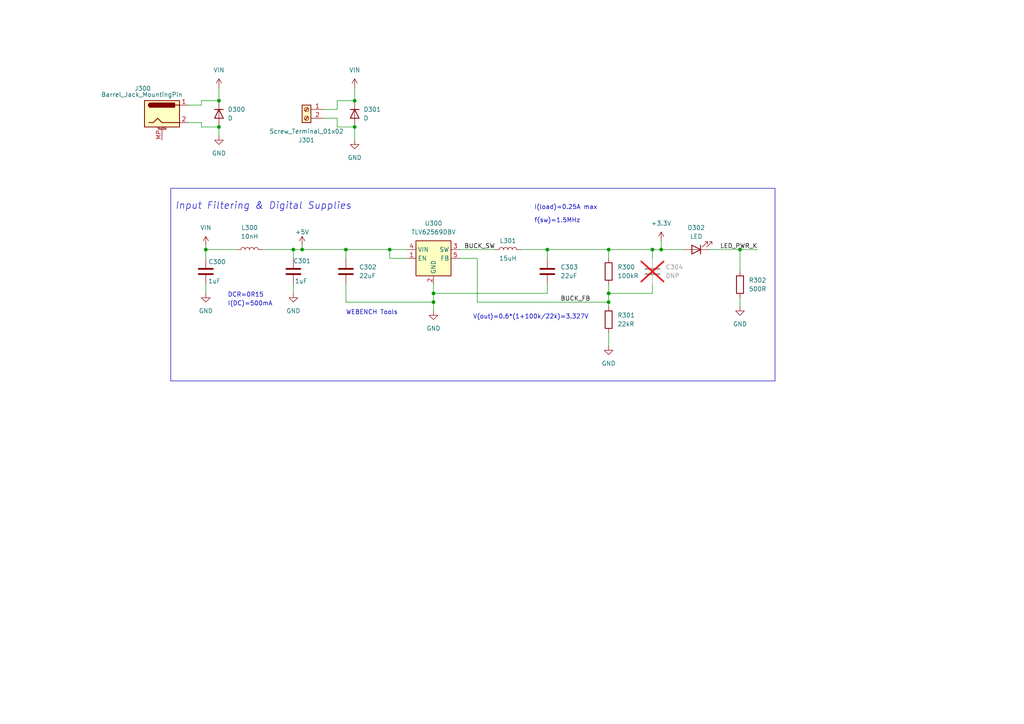
<source format=kicad_sch>
(kicad_sch (version 20231120) (generator "eeschema") (generator_version "8.0")
  (paper "A4")
  (lib_symbols
    (symbol "Connector:Barrel_Jack_MountingPin" (pin_names hide)
      (property "Reference" "J" (at 0 5.334 0))
      (property "Value" "Barrel_Jack_MountingPin" (at 1.27 -6.35 0))
      (symbol "Barrel_Jack_MountingPin_0_1"
        (rectangle (start -5.08 3.81) (end 5.08 -3.81) (stroke (width 0.254)) (fill (type background)))
        (arc (start -3.302 3.175) (mid -3.9343 2.54) (end -3.302 1.905) (stroke (width 0.254)))
        (arc (start -3.302 3.175) (mid -3.9343 2.54) (end -3.302 1.905) (stroke (width 0.254)) (fill (type outline)))
        (polyline (pts (xy 5.08 2.54) (xy 3.81 2.54)) (stroke (width 0.254)))
        (polyline (pts (xy -3.81 -2.54) (xy -2.54 -2.54) (xy -1.27 -1.27) (xy 0 -2.54) (xy 2.54 -2.54) (xy 5.08 -2.54)) (stroke (width 0.254)))
        (rectangle (start 3.683 3.175) (end -3.302 1.905) (stroke (width 0.254)) (fill (type outline)))
      )
      (symbol "Barrel_Jack_MountingPin_1_1"
        (polyline (pts (xy -1.016 -4.572) (xy 1.016 -4.572)) (stroke (width 0.1524)))
        (text "Mounting" (at 0 -4.191 0) (effects (font (size 0.381 0.381))))
        (pin passive line (at 7.62 2.54 180) (length 2.54) (name "~") (number "1"))
        (pin passive line (at 7.62 -2.54 180) (length 2.54) (name "~") (number "2"))
        (pin passive line (at 0 -7.62 90) (length 3.048) (name "MountPin") (number "MP"))
      )
    )
    (symbol "Connector:Screw_Terminal_01x02" (pin_names (offset 1.016) hide)
      (property "Reference" "J" (at 0 2.54 0))
      (property "Value" "Screw_Terminal_01x02" (at 0 -5.08 0))
      (symbol "Screw_Terminal_01x02_1_1"
        (rectangle (start -1.27 1.27) (end 1.27 -3.81) (stroke (width 0.254)) (fill (type background)))
        (circle (center 0 -2.54) (radius 0.635) (stroke (width 0.1524)))
        (polyline (pts (xy -0.5334 -2.2098) (xy 0.3302 -3.048)) (stroke (width 0.1524)))
        (polyline (pts (xy -0.5334 0.3302) (xy 0.3302 -0.508)) (stroke (width 0.1524)))
        (polyline (pts (xy -0.3556 -2.032) (xy 0.508 -2.8702)) (stroke (width 0.1524)))
        (polyline (pts (xy -0.3556 0.508) (xy 0.508 -0.3302)) (stroke (width 0.1524)))
        (circle (center 0 0) (radius 0.635) (stroke (width 0.1524)))
        (pin passive line (at -5.08 0 0) (length 3.81) (name "Pin_1") (number "1"))
        (pin passive line (at -5.08 -2.54 0) (length 3.81) (name "Pin_2") (number "2"))
      )
    )
    (symbol "Device:C" (pin_numbers hide) (pin_names (offset 0.254))
      (property "Reference" "C" (at 0.635 2.54 0))
      (property "Value" "C" (at 0.635 -2.54 0))
      (symbol "C_0_1"
        (polyline (pts (xy -2.032 -0.762) (xy 2.032 -0.762)) (stroke (width 0.508)))
        (polyline (pts (xy -2.032 0.762) (xy 2.032 0.762)) (stroke (width 0.508)))
      )
      (symbol "C_1_1"
        (pin passive line (at 0 3.81 270) (length 2.794) (name "~") (number "1"))
        (pin passive line (at 0 -3.81 90) (length 2.794) (name "~") (number "2"))
      )
    )
    (symbol "Device:D" (pin_numbers hide) (pin_names (offset 1.016) hide)
      (property "Reference" "D" (at 0 2.54 0))
      (property "Value" "D" (at 0 -2.54 0))
      (symbol "D_0_1"
        (polyline (pts (xy -1.27 1.27) (xy -1.27 -1.27)) (stroke (width 0.254)))
        (polyline (pts (xy 1.27 0) (xy -1.27 0)))
        (polyline (pts (xy 1.27 1.27) (xy 1.27 -1.27) (xy -1.27 0) (xy 1.27 1.27)) (stroke (width 0.254)))
      )
      (symbol "D_1_1"
        (pin passive line (at -3.81 0 0) (length 2.54) (name "K") (number "1"))
        (pin passive line (at 3.81 0 180) (length 2.54) (name "A") (number "2"))
      )
    )
    (symbol "Device:L" (pin_numbers hide) (pin_names (offset 1.016) hide)
      (property "Reference" "L" (at -1.27 0 90))
      (property "Value" "L" (at 1.905 0 90))
      (symbol "L_0_1"
        (arc (start 0 -2.54) (mid 0.6323 -1.905) (end 0 -1.27))
        (arc (start 0 -1.27) (mid 0.6323 -0.635) (end 0 0))
        (arc (start 0 0) (mid 0.6323 0.635) (end 0 1.27))
        (arc (start 0 1.27) (mid 0.6323 1.905) (end 0 2.54))
      )
      (symbol "L_1_1"
        (pin passive line (at 0 3.81 270) (length 1.27) (name "1") (number "1"))
        (pin passive line (at 0 -3.81 90) (length 1.27) (name "2") (number "2"))
      )
    )
    (symbol "Device:LED" (pin_numbers hide) (pin_names (offset 1.016) hide)
      (property "Reference" "D" (at 0 2.54 0))
      (property "Value" "LED" (at 0 -2.54 0))
      (symbol "LED_0_1"
        (polyline (pts (xy -1.27 -1.27) (xy -1.27 1.27)) (stroke (width 0.254)))
        (polyline (pts (xy -1.27 0) (xy 1.27 0)))
        (polyline (pts (xy 1.27 -1.27) (xy 1.27 1.27) (xy -1.27 0) (xy 1.27 -1.27)) (stroke (width 0.254)))
        (polyline (pts (xy -3.048 -0.762) (xy -4.572 -2.286) (xy -3.81 -2.286) (xy -4.572 -2.286) (xy -4.572 -1.524)))
        (polyline (pts (xy -1.778 -0.762) (xy -3.302 -2.286) (xy -2.54 -2.286) (xy -3.302 -2.286) (xy -3.302 -1.524)))
      )
      (symbol "LED_1_1"
        (pin passive line (at -3.81 0 0) (length 2.54) (name "K") (number "1"))
        (pin passive line (at 3.81 0 180) (length 2.54) (name "A") (number "2"))
      )
    )
    (symbol "Device:R" (pin_numbers hide) (pin_names (offset 0))
      (property "Reference" "R" (at 2.032 0 90))
      (property "Value" "R" (at 0 0 90))
      (symbol "R_0_1"
        (rectangle (start -1.016 -2.54) (end 1.016 2.54) (stroke (width 0.254)))
      )
      (symbol "R_1_1"
        (pin passive line (at 0 3.81 270) (length 1.27) (name "~") (number "1"))
        (pin passive line (at 0 -3.81 90) (length 1.27) (name "~") (number "2"))
      )
    )
    (symbol "Regulator_Switching:TLV62569DBV"
      (property "Reference" "U" (at -5.08 6.35 0))
      (property "Value" "TLV62569DBV" (at 0 6.35 0))
      (symbol "TLV62569DBV_0_1"
        (rectangle (start -5.08 5.08) (end 5.08 -5.08) (stroke (width 0.254)) (fill (type background)))
      )
      (symbol "TLV62569DBV_1_1"
        (pin input line (at -7.62 0 0) (length 2.54) (name "EN") (number "1"))
        (pin power_in line (at 0 -7.62 90) (length 2.54) (name "GND") (number "2"))
        (pin power_out line (at 7.62 2.54 180) (length 2.54) (name "SW") (number "3"))
        (pin power_in line (at -7.62 2.54 0) (length 2.54) (name "VIN") (number "4"))
        (pin input line (at 7.62 0 180) (length 2.54) (name "FB") (number "5"))
      )
    )
    (symbol "power:+3.3V" (power) (pin_numbers hide) (pin_names (offset 0) hide)
      (property "Value" "+3.3V" (at 0 3.556 0))
      (symbol "+3.3V_0_1"
        (polyline (pts (xy -0.762 1.27) (xy 0 2.54)))
        (polyline (pts (xy 0 0) (xy 0 2.54)))
        (polyline (pts (xy 0 2.54) (xy 0.762 1.27)))
      )
      (symbol "+3.3V_1_1"
        (pin power_in line (at 0 0 90) (length 0) (name "~") (number "1"))
      )
    )
    (symbol "power:+5V" (power) (pin_names (offset 0))
      (property "Value" "+5V" (at 0 3.556 0))
      (symbol "+5V_0_1"
        (polyline (pts (xy -0.762 1.27) (xy 0 2.54)))
        (polyline (pts (xy 0 0) (xy 0 2.54)))
        (polyline (pts (xy 0 2.54) (xy 0.762 1.27)))
      )
      (symbol "+5V_1_1"
        (pin power_in line (at 0 0 90) (length 0) hide (name "+5V") (number "1"))
      )
    )
    (symbol "power:GND" (power) (pin_names (offset 0))
      (property "Value" "GND" (at 0 -3.81 0))
      (symbol "GND_0_1"
        (polyline (pts (xy 0 0) (xy 0 -1.27) (xy 1.27 -1.27) (xy 0 -2.54) (xy -1.27 -1.27) (xy 0 -1.27)))
      )
      (symbol "GND_1_1"
        (pin power_in line (at 0 0 270) (length 0) hide (name "GND") (number "1"))
      )
    )
  )
  (junction (at 125.73 87.63))
  (junction (at 214.63 72.39))
  (junction (at 102.87 36.83))
  (junction (at 102.87 29.21))
  (junction (at 189.23 72.39))
  (junction (at 63.5 29.21))
  (junction (at 63.5 36.83))
  (junction (at 113.03 72.39))
  (junction (at 125.73 85.09))
  (junction (at 87.63 72.39))
  (junction (at 100.33 72.39))
  (junction (at 158.75 72.39))
  (junction (at 176.53 72.39))
  (junction (at 85.09 72.39))
  (junction (at 191.77 72.39))
  (junction (at 176.53 87.63))
  (junction (at 59.69 72.39))
  (junction (at 176.53 85.09))
  (wire (pts (xy 85.09 74.93) (xy 85.09 72.39)))
  (wire (pts (xy 158.75 72.39) (xy 158.75 74.93)))
  (wire (pts (xy 143.51 72.39) (xy 133.35 72.39)))
  (wire (pts (xy 54.61 35.56) (xy 58.42 35.56)))
  (wire (pts (xy 176.53 72.39) (xy 158.75 72.39)))
  (wire (pts (xy 87.63 71.12) (xy 87.63 72.39)))
  (wire (pts (xy 214.63 88.9) (xy 214.63 86.36)))
  (wire (pts (xy 93.98 31.75) (xy 97.79 31.75)))
  (wire (pts (xy 151.13 72.39) (xy 158.75 72.39)))
  (wire (pts (xy 125.73 87.63) (xy 125.73 85.09)))
  (wire (pts (xy 97.79 29.21) (xy 102.87 29.21)))
  (wire (pts (xy 85.09 85.09) (xy 85.09 82.55)))
  (wire (pts (xy 93.98 34.29) (xy 97.79 34.29)))
  (wire (pts (xy 176.53 74.93) (xy 176.53 72.39)))
  (wire (pts (xy 97.79 31.75) (xy 97.79 29.21)))
  (wire (pts (xy 176.53 85.09) (xy 176.53 87.63)))
  (wire (pts (xy 59.69 85.09) (xy 59.69 82.55)))
  (wire (pts (xy 176.53 87.63) (xy 138.43 87.63)))
  (wire (pts (xy 58.42 30.48) (xy 58.42 29.21)))
  (wire (pts (xy 191.77 69.85) (xy 191.77 72.39)))
  (wire (pts (xy 59.69 72.39) (xy 68.58 72.39)))
  (wire (pts (xy 58.42 35.56) (xy 58.42 36.83)))
  (wire (pts (xy 191.77 72.39) (xy 189.23 72.39)))
  (wire (pts (xy 176.53 96.52) (xy 176.53 100.33)))
  (wire (pts (xy 100.33 87.63) (xy 100.33 82.55)))
  (wire (pts (xy 100.33 74.93) (xy 100.33 72.39)))
  (wire (pts (xy 125.73 87.63) (xy 100.33 87.63)))
  (wire (pts (xy 63.5 25.4) (xy 63.5 29.21)))
  (wire (pts (xy 113.03 74.93) (xy 113.03 72.39)))
  (wire (pts (xy 87.63 72.39) (xy 85.09 72.39)))
  (wire (pts (xy 58.42 29.21) (xy 63.5 29.21)))
  (wire (pts (xy 102.87 36.83) (xy 102.87 40.64)))
  (wire (pts (xy 176.53 85.09) (xy 189.23 85.09)))
  (wire (pts (xy 59.69 72.39) (xy 59.69 74.93)))
  (wire (pts (xy 176.53 82.55) (xy 176.53 85.09)))
  (wire (pts (xy 100.33 72.39) (xy 113.03 72.39)))
  (wire (pts (xy 133.35 74.93) (xy 138.43 74.93)))
  (wire (pts (xy 176.53 72.39) (xy 189.23 72.39)))
  (wire (pts (xy 125.73 85.09) (xy 125.73 82.55)))
  (wire (pts (xy 58.42 36.83) (xy 63.5 36.83)))
  (wire (pts (xy 113.03 74.93) (xy 118.11 74.93)))
  (wire (pts (xy 97.79 34.29) (xy 97.79 36.83)))
  (wire (pts (xy 198.12 72.39) (xy 191.77 72.39)))
  (wire (pts (xy 102.87 25.4) (xy 102.87 29.21)))
  (wire (pts (xy 189.23 72.39) (xy 189.23 74.93)))
  (wire (pts (xy 113.03 72.39) (xy 118.11 72.39)))
  (wire (pts (xy 59.69 71.12) (xy 59.69 72.39)))
  (wire (pts (xy 76.2 72.39) (xy 85.09 72.39)))
  (wire (pts (xy 176.53 87.63) (xy 176.53 88.9)))
  (wire (pts (xy 158.75 82.55) (xy 158.75 85.09)))
  (wire (pts (xy 54.61 30.48) (xy 58.42 30.48)))
  (wire (pts (xy 189.23 82.55) (xy 189.23 85.09)))
  (wire (pts (xy 214.63 72.39) (xy 214.63 78.74)))
  (wire (pts (xy 138.43 87.63) (xy 138.43 74.93)))
  (wire (pts (xy 214.63 72.39) (xy 219.71 72.39)))
  (wire (pts (xy 97.79 36.83) (xy 102.87 36.83)))
  (wire (pts (xy 205.74 72.39) (xy 214.63 72.39)))
  (wire (pts (xy 87.63 72.39) (xy 100.33 72.39)))
  (wire (pts (xy 125.73 90.17) (xy 125.73 87.63)))
  (wire (pts (xy 63.5 36.83) (xy 63.5 39.37)))
  (wire (pts (xy 158.75 85.09) (xy 125.73 85.09)))
  (rectangle (start 49.53 54.61) (end 224.79 110.49))
  (text "V(out)=0.6*(1+100k/22k)=3.327V" (at 137.16 92.71 0) (effects (font (size 1.27 1.27)) (justify left bottom)))
  (text "DCR=0R15" (at 66.04 86.36 0) (effects (font (size 1.27 1.27)) (justify left bottom)))
  (text "f(sw)=1.5MHz" (at 154.94 64.77 0) (effects (font (size 1.27 1.27)) (justify left bottom)))
  (text "I(load)=0.25A max" (at 154.94 60.96 0) (effects (font (size 1.27 1.27)) (justify left bottom)))
  (text "Input Filtering & Digital Supplies" (at 50.8 60.96 0) (effects (font (size 2.0066 2.0066) (italic yes)) (justify left bottom)))
  (text "I(DC)=500mA" (at 66.04 88.9 0) (effects (font (size 1.27 1.27)) (justify left bottom)))
  (text "WEBENCH Tools" (at 100.33 91.44 0) (effects (font (size 1.27 1.27)) (justify left bottom)))
  (label "BUCK_FB" (at 162.56 87.63 0))
  (label "LED_PWR_K" (at 219.71 72.39 180))
  (label "BUCK_SW" (at 134.62 72.39 0))
  (symbol (lib_id "Device:L") (at 147.32 72.39 90) (unit 1)
    (property "Reference" "L301" (at 147.32 69.85 90))
    (property "Value" "15uH" (at 147.32 74.93 90))
    (property "Footprint" "esp32s3_watches:MWSA0603S" (effects (hide yes)))
    (property "Manufacturer" "cjiang (Changjiang Microelectronics Tech)" (effects (hide yes)))
    (property "DigiKey Part Number" "3442-MWSA0603S-150MTDKR-ND" (effects (hide yes)))
    (property "Manufacturer Product Number" "FXL0630-150-M" (effects (hide yes)))
  )
  (symbol (lib_id "power:GND") (at 176.53 100.33 0) (unit 1)
    (property "Reference" "#PWR041" (effects (hide yes)))
    (property "Value" "GND" (at 176.53 105.41 0))
    (property "Description" "Power symbol creates a global label with name \"GND\" , ground" (effects (hide yes)))
  )
  (symbol (lib_id "Device:C") (at 85.09 78.74 0) (mirror y) (unit 1)
    (property "Reference" "C301" (at 90.17 75.692 0) (effects (justify left)))
    (property "Value" "1uF" (at 89.154 81.534 0) (effects (justify left)))
    (property "Footprint" "Capacitor_SMD:C_0805_2012Metric" (effects (hide yes)))
    (property "Manufacturer" "Samsung Electro-Mechanics" (effects (hide yes)))
    (property "DigiKey Part Number" "1276-1946-6-ND" (effects (hide yes)))
    (property "Manufacturer Product Number" "CL21B105KBFNNNE" (effects (hide yes)))
  )
  (symbol (lib_id "power:GND") (at 214.63 88.9 0) (unit 1)
    (property "Reference" "#PWR043" (effects (hide yes)))
    (property "Value" "GND" (at 214.63 93.98 0))
    (property "Description" "Power symbol creates a global label with name \"GND\" , ground" (effects (hide yes)))
  )
  (symbol (lib_id "power:+5V") (at 87.63 71.12 0) (unit 1)
    (property "Reference" "#PWR039" (effects (hide yes)))
    (property "Value" "+5V" (at 87.63 67.31 0))
  )
  (symbol (lib_id "power:+5V") (at 59.69 71.12 0) (unit 1)
    (property "Reference" "#PWR036" (effects (hide yes)))
    (property "Value" "VIN" (at 59.69 66.04 0))
    (property "Description" "Power symbol creates a global label with name \"+5V\"" (effects (hide yes)))
  )
  (symbol (lib_id "power:+5V") (at 63.5 25.4 0) (unit 1)
    (property "Reference" "#PWR01" (effects (hide yes)))
    (property "Value" "VIN" (at 63.5 20.32 0))
    (property "Description" "Power symbol creates a global label with name \"+5V\"" (effects (hide yes)))
  )
  (symbol (lib_id "power:+3.3V") (at 191.77 69.85 0) (unit 1)
    (property "Reference" "#PWR042" (effects (hide yes)))
    (property "Value" "+3.3V" (at 191.77 64.77 0))
    (property "Description" "Power symbol creates a global label with name \"+3.3V\"" (effects (hide yes)))
  )
  (symbol (lib_id "Device:C") (at 100.33 78.74 0) (unit 1)
    (property "Reference" "C302" (at 104.14 77.47 0) (effects (justify left)))
    (property "Value" "22uF" (at 104.14 80.01 0) (effects (justify left)))
    (property "Footprint" "Capacitor_SMD:C_0805_2012Metric" (effects (hide yes)))
    (property "Manufacturer" "Samsung Electro-Mechanics" (effects (hide yes)))
    (property "DigiKey Part Number" "1276-6687-6-ND" (effects (hide yes)))
    (property "Manufacturer Product Number" "CL21A226MAYNNNE" (effects (hide yes)))
  )
  (symbol (lib_id "Device:C") (at 59.69 78.74 0) (mirror y) (unit 1)
    (property "Reference" "C300" (at 65.532 75.946 0) (effects (justify left)))
    (property "Value" "1uF" (at 64.008 81.534 0) (effects (justify left)))
    (property "Footprint" "Capacitor_SMD:C_0805_2012Metric" (effects (hide yes)))
    (property "Manufacturer" "Samsung Electro-Mechanics" (effects (hide yes)))
    (property "DigiKey Part Number" "1276-1946-6-ND" (effects (hide yes)))
    (property "Manufacturer Product Number" "CL21B105KBFNNNE" (effects (hide yes)))
  )
  (symbol (lib_id "power:GND") (at 85.09 85.09 0) (unit 1)
    (property "Reference" "#PWR038" (effects (hide yes)))
    (property "Value" "GND" (at 85.09 90.17 0))
    (property "Description" "Power symbol creates a global label with name \"GND\" , ground" (effects (hide yes)))
  )
  (symbol (lib_id "Device:LED") (at 201.93 72.39 180) (unit 1)
    (property "Reference" "D302" (at 201.93 66.04 0))
    (property "Value" "LED" (at 201.93 68.58 0))
    (property "Footprint" "LED_THT:LED_D5.0mm" (effects (hide yes)))
    (property "DigiKey Part Number" "732-4971-6-ND" (effects (hide yes)))
  )
  (symbol (lib_id "power:GND") (at 125.73 90.17 0) (unit 1)
    (property "Reference" "#PWR040" (effects (hide yes)))
    (property "Value" "GND" (at 125.73 95.25 0))
    (property "Description" "Power symbol creates a global label with name \"GND\" , ground" (effects (hide yes)))
  )
  (symbol (lib_id "Device:R") (at 176.53 78.74 180) (unit 1)
    (property "Reference" "R300" (at 179.07 77.47 0) (effects (justify right)))
    (property "Value" "100kR" (at 179.07 80.01 0) (effects (justify right)))
    (property "Footprint" "Resistor_SMD:R_0805_2012Metric" (effects (hide yes)))
    (property "Manufacturer" "UNI-ROYAL(Uniroyal Elec)" (effects (hide yes)))
    (property "DigiKey Part Number" "P100KLDKR-ND" (effects (hide yes)))
    (property "Manufacturer Product Number" "0805W8F1003T5E" (effects (hide yes)))
  )
  (symbol (lib_id "Device:R") (at 214.63 82.55 180) (unit 1)
    (property "Reference" "R302" (at 217.17 81.28 0) (effects (justify right)))
    (property "Value" "500R" (at 217.17 83.82 0) (effects (justify right)))
    (property "Footprint" "Resistor_SMD:R_0805_2012Metric" (effects (hide yes)))
    (property "Manufacturer" "Viking Tech" (effects (hide yes)))
    (property "DigiKey Part Number" "P1.00KLDKR-ND" (effects (hide yes)))
    (property "Manufacturer Product Number" "ARG05FTC5000" (effects (hide yes)))
  )
  (symbol (lib_id "Device:C") (at 158.75 78.74 0) (unit 1)
    (property "Reference" "C303" (at 162.56 77.47 0) (effects (justify left)))
    (property "Value" "22uF" (at 162.56 80.01 0) (effects (justify left)))
    (property "Footprint" "Capacitor_SMD:C_0805_2012Metric" (effects (hide yes)))
    (property "Manufacturer" "Samsung Electro-Mechanics" (effects (hide yes)))
    (property "DigiKey Part Number" "1276-6687-6-ND" (effects (hide yes)))
    (property "Manufacturer Product Number" "CL21A226MAYNNNE" (effects (hide yes)))
  )
  (symbol (lib_id "Regulator_Switching:TLV62569DBV") (at 125.73 74.93 0) (unit 1)
    (property "Reference" "U300" (at 125.73 64.77 0))
    (property "Value" "TLV62569DBV" (at 125.73 67.31 0))
    (property "Footprint" "Package_TO_SOT_SMD:SOT-23-5" (effects (hide yes)))
    (property "Datasheet" "http://www.ti.com/lit/ds/symlink/tlv62569.pdf" (effects (hide yes)))
    (property "Manufacturer" "Texas Instruments" (effects (hide yes)))
    (property "DigiKey Part Number" "296-47360-6-ND" (effects (hide yes)))
    (property "Manufacturer Product Number" "TLV62569DBVR" (effects (hide yes)))
  )
  (symbol (lib_id "Device:R") (at 176.53 92.71 180) (unit 1)
    (property "Reference" "R301" (at 179.07 91.44 0) (effects (justify right)))
    (property "Value" "22kR" (at 179.07 93.98 0) (effects (justify right)))
    (property "Footprint" "Resistor_SMD:R_0805_2012Metric" (effects (hide yes)))
    (property "Manufacturer" "UNI-ROYAL(Uniroyal Elec)" (effects (hide yes)))
    (property "DigiKey Part Number" "P22.0KLDKR-ND" (effects (hide yes)))
    (property "Manufacturer Product Number" "0805W8F2202T5E" (effects (hide yes)))
  )
  (symbol (lib_id "power:GND") (at 59.69 85.09 0) (unit 1)
    (property "Reference" "#PWR037" (effects (hide yes)))
    (property "Value" "GND" (at 59.69 90.17 0))
    (property "Description" "Power symbol creates a global label with name \"GND\" , ground" (effects (hide yes)))
  )
  (symbol (lib_id "Device:C") (at 189.23 78.74 0) (unit 1) (dnp yes)
    (property "Reference" "C304" (at 193.04 77.47 0) (effects (justify left)))
    (property "Value" "DNP" (at 193.04 80.01 0) (effects (justify left)))
    (property "Footprint" "Capacitor_SMD:C_0603_1608Metric" (effects (hide yes)))
  )
  (symbol (lib_id "power:GND") (at 63.5 39.37 0) (unit 1)
    (property "Reference" "#PWR02" (effects (hide yes)))
    (property "Value" "GND" (at 63.5 44.45 0))
    (property "Description" "Power symbol creates a global label with name \"GND\" , ground" (effects (hide yes)))
  )
  (symbol (lib_id "power:GND") (at 102.87 40.64 0) (unit 1)
    (property "Reference" "#PWR04" (effects (hide yes)))
    (property "Value" "GND" (at 102.87 45.72 0))
    (property "Description" "Power symbol creates a global label with name \"GND\" , ground" (effects (hide yes)))
  )
  (symbol (lib_id "Device:D") (at 102.87 33.02 270) (unit 1)
    (property "Reference" "D301" (at 105.41 31.7499 90) (effects (justify left)))
    (property "Value" "D" (at 105.41 34.2899 90) (effects (justify left)))
    (property "Footprint" "Diode_SMD:D_PowerDI-123" (effects (hide yes)))
    (property "Description" "Diode" (effects (hide yes)))
    (property "Sim.Device" "D" (effects (hide yes)))
    (property "Sim.Pins" "1=K 2=A" (effects (hide yes)))
    (property "Manufacturer" "Diodes Incorporated" (effects (hide yes)))
    (property "Part Number" "SBR3M30P1-7" (effects (hide yes)))
    (property "Manufacturer Product Number" "SBR3M30P1-7" (effects (hide yes)))
  )
  (symbol (lib_id "Device:D") (at 63.5 33.02 270) (unit 1)
    (property "Reference" "D300" (at 66.04 31.7499 90) (effects (justify left)))
    (property "Value" "D" (at 66.04 34.2899 90) (effects (justify left)))
    (property "Footprint" "Diode_SMD:D_PowerDI-123" (effects (hide yes)))
    (property "Description" "Diode" (effects (hide yes)))
    (property "Sim.Device" "D" (effects (hide yes)))
    (property "Sim.Pins" "1=K 2=A" (effects (hide yes)))
    (property "Manufacturer" "Diodes Incorporated" (effects (hide yes)))
    (property "Part Number" "SBR3M30P1-7" (effects (hide yes)))
    (property "Manufacturer Product Number" "SBR3M30P1-7" (effects (hide yes)))
  )
  (symbol (lib_id "Connector:Barrel_Jack_MountingPin") (at 46.99 33.02 0) (unit 1)
    (property "Reference" "J300" (at 41.402 25.654 0))
    (property "Value" "Barrel_Jack_MountingPin" (at 41.148 27.432 0))
    (property "Footprint" "Connector_BarrelJack:BarrelJack_GCT_DCJ200-10-A_Horizontal" (effects (hide yes)))
    (property "Description" "DC Barrel Jack with a mounting pin" (effects (hide yes)))
    (property "Manufacturer" "XUNPU" (effects (hide yes)))
    (property "Part Number" "DC-005-A200" (effects (hide yes)))
    (property "Manufacturer Product Number" "DC-005-A200" (effects (hide yes)))
  )
  (symbol (lib_id "power:+5V") (at 102.87 25.4 0) (unit 1)
    (property "Reference" "#PWR03" (effects (hide yes)))
    (property "Value" "VIN" (at 102.87 20.32 0))
    (property "Description" "Power symbol creates a global label with name \"+5V\"" (effects (hide yes)))
  )
  (symbol (lib_id "Device:L") (at 72.39 72.39 90) (unit 1)
    (property "Reference" "L300" (at 72.39 66.04 90))
    (property "Value" "10nH" (at 72.39 68.58 90))
    (property "Footprint" "Inductor_SMD:L_0603_1608Metric" (effects (hide yes)))
    (property "Manufacturer" "Murata Electronics" (effects (hide yes)))
    (property "DigiKey Part Number" "712-LRC0402CJ10NGV001TDKR-ND" (effects (hide yes)))
    (property "Manufacturer Product Number" "LQG18HN10NJ00D" (effects (hide yes)))
  )
  (symbol (lib_id "Connector:Screw_Terminal_01x02") (at 88.9 31.75 0) (mirror y) (unit 1)
    (property "Reference" "J301" (at 88.9 40.64 0))
    (property "Value" "Screw_Terminal_01x02" (at 88.9 38.1 0))
    (property "Footprint" "esp32s3_watches:terminal_block" (effects (hide yes)))
    (property "Description" "Generic screw terminal, single row, 01x02, script generated (kicad-library-utils/schlib/autogen/connector/)" (effects (hide yes)))
    (property "Manufacturer" "Ningbo Kangnex Elec" (effects (hide yes)))
    (property "Part Number" "WJ500V-5.08-2P" (effects (hide yes)))
    (property "Manufacturer Product Number" "WJ500V-5.08-2P" (effects (hide yes)))
  )
)
</source>
